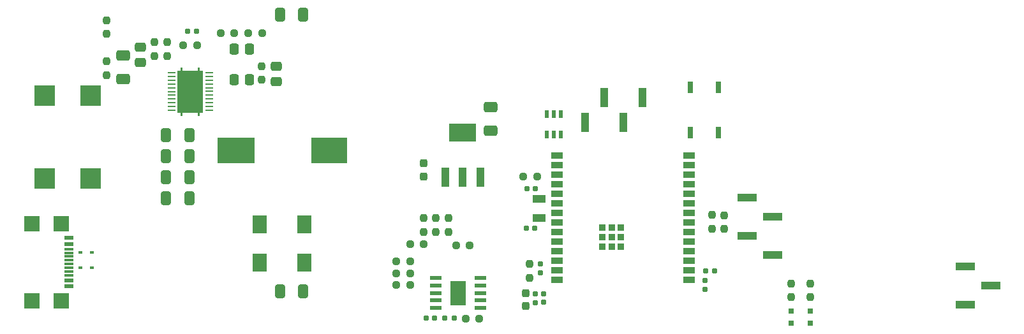
<source format=gbr>
%TF.GenerationSoftware,KiCad,Pcbnew,9.0.2*%
%TF.CreationDate,2025-08-09T14:49:17-05:00*%
%TF.ProjectId,led_matrix,6c65645f-6d61-4747-9269-782e6b696361,rev?*%
%TF.SameCoordinates,Original*%
%TF.FileFunction,Soldermask,Bot*%
%TF.FilePolarity,Negative*%
%FSLAX46Y46*%
G04 Gerber Fmt 4.6, Leading zero omitted, Abs format (unit mm)*
G04 Created by KiCad (PCBNEW 9.0.2) date 2025-08-09 14:49:17*
%MOMM*%
%LPD*%
G01*
G04 APERTURE LIST*
G04 Aperture macros list*
%AMRoundRect*
0 Rectangle with rounded corners*
0 $1 Rounding radius*
0 $2 $3 $4 $5 $6 $7 $8 $9 X,Y pos of 4 corners*
0 Add a 4 corners polygon primitive as box body*
4,1,4,$2,$3,$4,$5,$6,$7,$8,$9,$2,$3,0*
0 Add four circle primitives for the rounded corners*
1,1,$1+$1,$2,$3*
1,1,$1+$1,$4,$5*
1,1,$1+$1,$6,$7*
1,1,$1+$1,$8,$9*
0 Add four rect primitives between the rounded corners*
20,1,$1+$1,$2,$3,$4,$5,0*
20,1,$1+$1,$4,$5,$6,$7,0*
20,1,$1+$1,$6,$7,$8,$9,0*
20,1,$1+$1,$8,$9,$2,$3,0*%
%AMFreePoly0*
4,1,21,2.800000,1.300000,3.200000,1.300000,3.200000,1.000000,2.800000,1.000000,2.800000,-1.000000,3.200000,-1.000000,3.200000,-1.300000,2.800000,-1.300000,2.800000,-1.700000,-2.800000,-1.700000,-2.800000,-1.300000,-3.200000,-1.300000,-3.200000,-1.000000,-2.800000,-1.000000,-2.800000,1.000000,-3.200000,1.000000,-3.200000,1.300000,-2.800000,1.300000,-2.800000,1.700000,2.800000,1.700000,
2.800000,1.300000,2.800000,1.300000,$1*%
G04 Aperture macros list end*
%ADD10RoundRect,0.237500X0.250000X0.237500X-0.250000X0.237500X-0.250000X-0.237500X0.250000X-0.237500X0*%
%ADD11R,1.000000X2.510000*%
%ADD12RoundRect,0.237500X0.237500X-0.250000X0.237500X0.250000X-0.237500X0.250000X-0.237500X-0.250000X0*%
%ADD13RoundRect,0.237500X-0.237500X0.250000X-0.237500X-0.250000X0.237500X-0.250000X0.237500X0.250000X0*%
%ADD14R,0.600000X0.400000*%
%ADD15R,1.000000X0.250000*%
%ADD16FreePoly0,270.000000*%
%ADD17R,1.800000X1.000000*%
%ADD18R,0.800000X0.800000*%
%ADD19RoundRect,0.250000X-0.412500X-0.650000X0.412500X-0.650000X0.412500X0.650000X-0.412500X0.650000X0*%
%ADD20R,2.510000X1.000000*%
%ADD21RoundRect,0.160000X0.197500X0.160000X-0.197500X0.160000X-0.197500X-0.160000X0.197500X-0.160000X0*%
%ADD22R,4.813300X3.454400*%
%ADD23R,4.889500X3.454400*%
%ADD24RoundRect,0.160000X0.160000X-0.197500X0.160000X0.197500X-0.160000X0.197500X-0.160000X-0.197500X0*%
%ADD25RoundRect,0.250000X0.475000X-0.337500X0.475000X0.337500X-0.475000X0.337500X-0.475000X-0.337500X0*%
%ADD26RoundRect,0.155000X0.212500X0.155000X-0.212500X0.155000X-0.212500X-0.155000X0.212500X-0.155000X0*%
%ADD27RoundRect,0.237500X-0.250000X-0.237500X0.250000X-0.237500X0.250000X0.237500X-0.250000X0.237500X0*%
%ADD28RoundRect,0.237500X-0.237500X0.300000X-0.237500X-0.300000X0.237500X-0.300000X0.237500X0.300000X0*%
%ADD29RoundRect,0.155000X-0.155000X0.212500X-0.155000X-0.212500X0.155000X-0.212500X0.155000X0.212500X0*%
%ADD30RoundRect,0.237500X0.237500X-0.300000X0.237500X0.300000X-0.237500X0.300000X-0.237500X-0.300000X0*%
%ADD31RoundRect,0.250000X0.337500X0.475000X-0.337500X0.475000X-0.337500X-0.475000X0.337500X-0.475000X0*%
%ADD32R,1.500000X0.600000*%
%ADD33R,2.100000X3.300000*%
%ADD34RoundRect,0.250000X0.650000X-0.412500X0.650000X0.412500X-0.650000X0.412500X-0.650000X-0.412500X0*%
%ADD35R,2.800000X2.800000*%
%ADD36RoundRect,0.160000X-0.197500X-0.160000X0.197500X-0.160000X0.197500X0.160000X-0.197500X0.160000X0*%
%ADD37R,1.879600X2.463800*%
%ADD38R,0.600000X1.100000*%
%ADD39R,1.100000X2.500000*%
%ADD40R,3.600000X2.340000*%
%ADD41R,2.000000X2.000000*%
%ADD42R,1.300000X0.600000*%
%ADD43R,1.300000X0.300000*%
%ADD44R,0.800000X1.580000*%
%ADD45R,1.498600X0.889000*%
%ADD46R,0.812800X0.812800*%
G04 APERTURE END LIST*
D10*
%TO.C,R28*%
X112295300Y-138480800D03*
X114120300Y-138480800D03*
%TD*%
D11*
%TO.C,J1*%
X120472200Y-131275200D03*
X123012200Y-127965200D03*
X125552200Y-131275200D03*
X128092200Y-127965200D03*
%TD*%
D12*
%TO.C,R30*%
X138938000Y-145438500D03*
X138938000Y-143613500D03*
%TD*%
D13*
%TO.C,R29*%
X137363200Y-145387700D03*
X137363200Y-143562700D03*
%TD*%
D14*
%TO.C,D257*%
X53516000Y-150582000D03*
X55016000Y-150582000D03*
%TD*%
D15*
%TO.C,U4*%
X70607000Y-124663000D03*
X70607000Y-125162500D03*
X70607000Y-125663000D03*
X70607000Y-126162500D03*
X70607000Y-126663000D03*
X70607000Y-127162500D03*
X70607000Y-127663000D03*
X70613500Y-128161000D03*
X70610000Y-128664500D03*
X70612000Y-129163000D03*
X70612000Y-129663500D03*
X65595500Y-129667000D03*
X65599500Y-129166000D03*
X65600500Y-128666000D03*
X65600500Y-128167000D03*
X65600500Y-127666000D03*
X65599500Y-127167000D03*
X65599500Y-126667000D03*
X65599500Y-126167000D03*
X65602500Y-125665000D03*
X65601500Y-125167000D03*
X65599500Y-124667000D03*
D16*
X68104500Y-127169500D03*
%TD*%
D17*
%TO.C,X1*%
X114350800Y-143941800D03*
X114350800Y-141441800D03*
%TD*%
D10*
%TO.C,R13*%
X97280100Y-149733000D03*
X95455100Y-149733000D03*
%TD*%
D18*
%TO.C,LED1*%
X147822950Y-157925350D03*
X147822950Y-156326350D03*
%TD*%
D19*
%TO.C,C263*%
X64858500Y-141351000D03*
X67983500Y-141351000D03*
%TD*%
D10*
%TO.C,R10*%
X77620500Y-119380000D03*
X75795500Y-119380000D03*
%TD*%
D20*
%TO.C,J2*%
X145338800Y-148920200D03*
X142028800Y-146380200D03*
X145338800Y-143840200D03*
X142028800Y-141300200D03*
%TD*%
D13*
%TO.C,R16*%
X99060000Y-143994500D03*
X99060000Y-145819500D03*
%TD*%
D12*
%TO.C,R15*%
X102362000Y-145819500D03*
X102362000Y-143994500D03*
%TD*%
D21*
%TO.C,R2*%
X103086500Y-157226000D03*
X101891500Y-157226000D03*
%TD*%
D22*
%TO.C,L1*%
X86544150Y-135001000D03*
D23*
X74199750Y-135001000D03*
%TD*%
D24*
%TO.C,R25*%
X136423400Y-153480100D03*
X136423400Y-152285100D03*
%TD*%
D19*
%TO.C,C265*%
X64858500Y-132969000D03*
X67983500Y-132969000D03*
%TD*%
D25*
%TO.C,C266*%
X61468000Y-123338500D03*
X61468000Y-121263500D03*
%TD*%
D19*
%TO.C,C262*%
X64858500Y-135763000D03*
X67983500Y-135763000D03*
%TD*%
D26*
%TO.C,C257*%
X100516500Y-157226000D03*
X99381500Y-157226000D03*
%TD*%
D12*
%TO.C,R27*%
X150362950Y-154482350D03*
X150362950Y-152657350D03*
%TD*%
D14*
%TO.C,D258*%
X53516000Y-148550000D03*
X55016000Y-148550000D03*
%TD*%
D27*
%TO.C,R8*%
X67159500Y-121031000D03*
X68984500Y-121031000D03*
%TD*%
D28*
%TO.C,C259*%
X112623600Y-153925100D03*
X112623600Y-155650100D03*
%TD*%
D29*
%TO.C,C260*%
X113868200Y-154059000D03*
X113868200Y-155194000D03*
%TD*%
D30*
%TO.C,C275*%
X99060000Y-138452500D03*
X99060000Y-136727500D03*
%TD*%
D12*
%TO.C,R26*%
X147822950Y-154482350D03*
X147822950Y-152657350D03*
%TD*%
D31*
%TO.C,C269*%
X75967500Y-121539000D03*
X73892500Y-121539000D03*
%TD*%
D12*
%TO.C,R4*%
X57023000Y-119530500D03*
X57023000Y-117705500D03*
%TD*%
D18*
%TO.C,LED2*%
X150362950Y-157925350D03*
X150362950Y-156326350D03*
%TD*%
D26*
%TO.C,C273*%
X113902300Y-140044800D03*
X112767300Y-140044800D03*
%TD*%
D27*
%TO.C,R1*%
X104624500Y-157378400D03*
X106449500Y-157378400D03*
%TD*%
D32*
%TO.C,U5*%
X100632000Y-155924000D03*
X100632000Y-154924000D03*
X100632000Y-153924000D03*
X100632000Y-152924000D03*
X100632000Y-151924000D03*
X106632000Y-151924000D03*
X106632000Y-152924000D03*
X106632000Y-153924000D03*
X106632000Y-154924000D03*
X106632000Y-155924000D03*
D33*
X103632000Y-153924000D03*
%TD*%
D10*
%TO.C,R11*%
X73937500Y-119380000D03*
X72112500Y-119380000D03*
%TD*%
D27*
%TO.C,R23*%
X95455100Y-151358600D03*
X97280100Y-151358600D03*
%TD*%
D34*
%TO.C,C276*%
X59182000Y-125514500D03*
X59182000Y-122389500D03*
%TD*%
D12*
%TO.C,R21*%
X113157000Y-151890100D03*
X113157000Y-150065100D03*
%TD*%
D27*
%TO.C,R22*%
X95455100Y-152831800D03*
X97280100Y-152831800D03*
%TD*%
D34*
%TO.C,C274*%
X107950000Y-132372500D03*
X107950000Y-129247500D03*
%TD*%
D13*
%TO.C,R9*%
X77597000Y-123801500D03*
X77597000Y-125626500D03*
%TD*%
D19*
%TO.C,C270*%
X79971500Y-153670000D03*
X83096500Y-153670000D03*
%TD*%
D13*
%TO.C,R17*%
X100711000Y-143994500D03*
X100711000Y-145819500D03*
%TD*%
D19*
%TO.C,C264*%
X64858500Y-138557000D03*
X67983500Y-138557000D03*
%TD*%
D29*
%TO.C,C261*%
X115011200Y-154042300D03*
X115011200Y-155177300D03*
%TD*%
D12*
%TO.C,R7*%
X63373000Y-122451500D03*
X63373000Y-120626500D03*
%TD*%
%TO.C,R6*%
X65024000Y-122451500D03*
X65024000Y-120626500D03*
%TD*%
D35*
%TO.C,DC1*%
X48764000Y-138723500D03*
X54864000Y-138723500D03*
X48764000Y-127722500D03*
X54864000Y-127722500D03*
%TD*%
D29*
%TO.C,C258*%
X114528600Y-150105300D03*
X114528600Y-151240300D03*
%TD*%
D21*
%TO.C,R5*%
X68923500Y-119126000D03*
X67728500Y-119126000D03*
%TD*%
D20*
%TO.C,J3*%
X170984800Y-150393400D03*
X174294800Y-152933400D03*
X170984800Y-155473400D03*
%TD*%
D36*
%TO.C,R24*%
X136460900Y-151003000D03*
X137655900Y-151003000D03*
%TD*%
D37*
%TO.C,C277*%
X77343000Y-144780000D03*
X83210400Y-144780000D03*
%TD*%
D13*
%TO.C,R3*%
X57023000Y-123166500D03*
X57023000Y-124991500D03*
%TD*%
D38*
%TO.C,U6*%
X117269600Y-132871200D03*
X116319600Y-132871200D03*
X115369600Y-132871200D03*
X115369600Y-130171200D03*
X116319600Y-130171200D03*
X117269600Y-130171200D03*
%TD*%
D10*
%TO.C,R14*%
X105179500Y-147574000D03*
X103354500Y-147574000D03*
%TD*%
D37*
%TO.C,C278*%
X77343000Y-149860000D03*
X83210400Y-149860000D03*
%TD*%
D25*
%TO.C,C268*%
X79502000Y-125878500D03*
X79502000Y-123803500D03*
%TD*%
D31*
%TO.C,C267*%
X75967500Y-125603000D03*
X73892500Y-125603000D03*
%TD*%
D39*
%TO.C,U1*%
X106567000Y-138528000D03*
X104267000Y-138528000D03*
X101967000Y-138528000D03*
D40*
X104267000Y-132588000D03*
%TD*%
D41*
%TO.C,USB1*%
X50980000Y-154940000D03*
X50980000Y-144740000D03*
X47080000Y-144740000D03*
X47080000Y-154940000D03*
D42*
X51980000Y-153040000D03*
X51980000Y-152240000D03*
D43*
X51980000Y-151090000D03*
X51980000Y-150090000D03*
X51980000Y-149590000D03*
X51980000Y-148590000D03*
D42*
X51980000Y-146640000D03*
X51980000Y-147440000D03*
D43*
X51980000Y-148090000D03*
X51980000Y-149090000D03*
X51980000Y-150590000D03*
X51980000Y-151590000D03*
%TD*%
D26*
%TO.C,C272*%
X112691100Y-145288000D03*
X113826100Y-145288000D03*
%TD*%
D27*
%TO.C,R12*%
X97258500Y-147447000D03*
X99083500Y-147447000D03*
%TD*%
D19*
%TO.C,C271*%
X79971500Y-116967000D03*
X83096500Y-116967000D03*
%TD*%
D44*
%TO.C,SW1*%
X134450600Y-126638800D03*
X134450600Y-132638800D03*
X138150600Y-126638800D03*
X138150600Y-132638800D03*
%TD*%
D45*
%TO.C,U2*%
X116751400Y-152224400D03*
X116751400Y-150954400D03*
X116751400Y-149684400D03*
X116751400Y-148414400D03*
X116751400Y-147144400D03*
X116751400Y-145874400D03*
X116751400Y-144604400D03*
X116751400Y-143334400D03*
X116751400Y-142064400D03*
X116751400Y-140794400D03*
X116751400Y-139524400D03*
X116751400Y-138254400D03*
X116751400Y-136984400D03*
X116751400Y-135714400D03*
X134251400Y-135714400D03*
X134251400Y-136984400D03*
X134251400Y-138254400D03*
X134251400Y-139524400D03*
X134251400Y-140794400D03*
X134251400Y-142064400D03*
X134251400Y-143334400D03*
X134251400Y-144604400D03*
X134251400Y-145874400D03*
X134251400Y-147144400D03*
X134251400Y-148414400D03*
X134251400Y-149684400D03*
X134251400Y-150954400D03*
X134251400Y-152224400D03*
D46*
X123996400Y-146504400D03*
X122746400Y-147754400D03*
X122746400Y-146504400D03*
X122746400Y-145254400D03*
X123996400Y-145254400D03*
X125246400Y-145254400D03*
X125246400Y-146504400D03*
X125246400Y-147754400D03*
X123996400Y-147754400D03*
%TD*%
M02*

</source>
